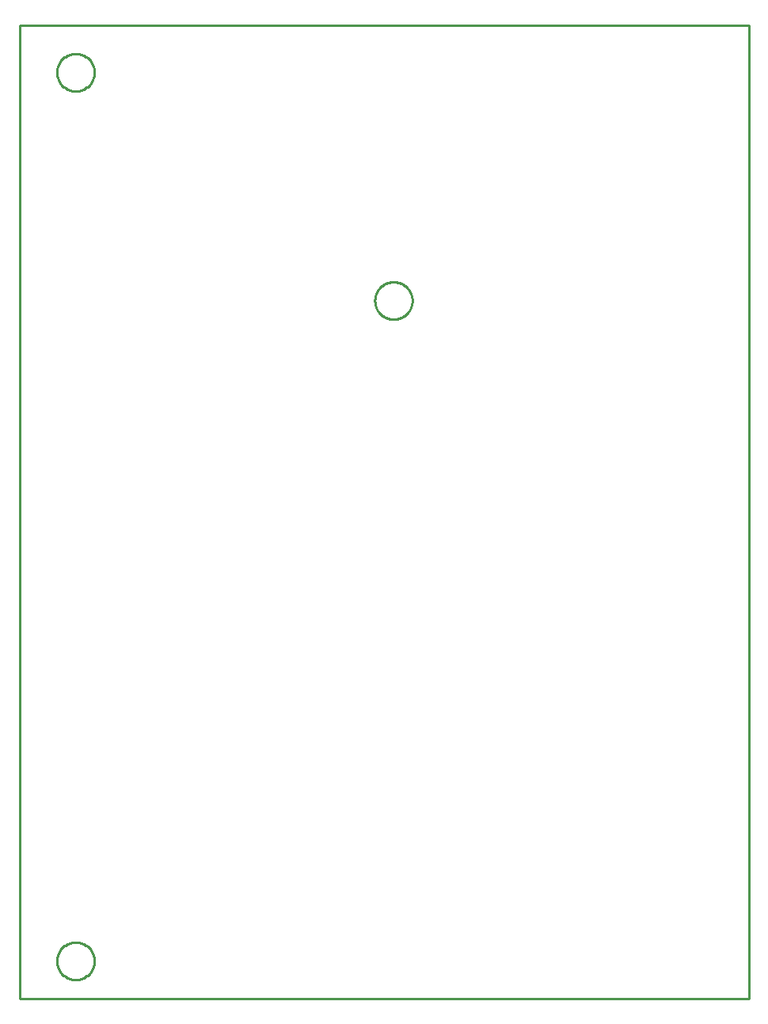
<source format=gbr>
G04 EAGLE Gerber RS-274X export*
G75*
%MOMM*%
%FSLAX34Y34*%
%LPD*%
%IN*%
%IPPOS*%
%AMOC8*
5,1,8,0,0,1.08239X$1,22.5*%
G01*
%ADD10C,0.254000*%


D10*
X0Y0D02*
X780000Y0D01*
X780000Y1040000D01*
X0Y1040000D01*
X0Y0D01*
X420000Y745396D02*
X419927Y744189D01*
X419781Y742989D01*
X419563Y741800D01*
X419274Y740627D01*
X418915Y739473D01*
X418486Y738343D01*
X417990Y737241D01*
X417428Y736170D01*
X416803Y735136D01*
X416116Y734141D01*
X415371Y733190D01*
X414569Y732285D01*
X413715Y731431D01*
X412810Y730629D01*
X411859Y729884D01*
X410864Y729197D01*
X409830Y728572D01*
X408759Y728010D01*
X407657Y727514D01*
X406527Y727085D01*
X405373Y726726D01*
X404200Y726437D01*
X403011Y726219D01*
X401811Y726073D01*
X400604Y726000D01*
X399396Y726000D01*
X398189Y726073D01*
X396989Y726219D01*
X395800Y726437D01*
X394627Y726726D01*
X393473Y727085D01*
X392343Y727514D01*
X391241Y728010D01*
X390170Y728572D01*
X389136Y729197D01*
X388141Y729884D01*
X387190Y730629D01*
X386285Y731431D01*
X385431Y732285D01*
X384629Y733190D01*
X383884Y734141D01*
X383197Y735136D01*
X382572Y736170D01*
X382010Y737241D01*
X381514Y738343D01*
X381085Y739473D01*
X380726Y740627D01*
X380437Y741800D01*
X380219Y742989D01*
X380073Y744189D01*
X380000Y745396D01*
X380000Y746604D01*
X380073Y747811D01*
X380219Y749011D01*
X380437Y750200D01*
X380726Y751373D01*
X381085Y752527D01*
X381514Y753657D01*
X382010Y754759D01*
X382572Y755830D01*
X383197Y756864D01*
X383884Y757859D01*
X384629Y758810D01*
X385431Y759715D01*
X386285Y760569D01*
X387190Y761371D01*
X388141Y762116D01*
X389136Y762803D01*
X390170Y763428D01*
X391241Y763990D01*
X392343Y764486D01*
X393473Y764915D01*
X394627Y765274D01*
X395800Y765563D01*
X396989Y765781D01*
X398189Y765927D01*
X399396Y766000D01*
X400604Y766000D01*
X401811Y765927D01*
X403011Y765781D01*
X404200Y765563D01*
X405373Y765274D01*
X406527Y764915D01*
X407657Y764486D01*
X408759Y763990D01*
X409830Y763428D01*
X410864Y762803D01*
X411859Y762116D01*
X412810Y761371D01*
X413715Y760569D01*
X414569Y759715D01*
X415371Y758810D01*
X416116Y757859D01*
X416803Y756864D01*
X417428Y755830D01*
X417990Y754759D01*
X418486Y753657D01*
X418915Y752527D01*
X419274Y751373D01*
X419563Y750200D01*
X419781Y749011D01*
X419927Y747811D01*
X420000Y746604D01*
X420000Y745396D01*
X80000Y989396D02*
X79927Y988189D01*
X79781Y986989D01*
X79563Y985800D01*
X79274Y984627D01*
X78915Y983473D01*
X78486Y982343D01*
X77990Y981241D01*
X77428Y980170D01*
X76803Y979136D01*
X76116Y978141D01*
X75371Y977190D01*
X74569Y976285D01*
X73715Y975431D01*
X72810Y974629D01*
X71859Y973884D01*
X70864Y973197D01*
X69830Y972572D01*
X68759Y972010D01*
X67657Y971514D01*
X66527Y971085D01*
X65373Y970726D01*
X64200Y970437D01*
X63011Y970219D01*
X61811Y970073D01*
X60604Y970000D01*
X59396Y970000D01*
X58189Y970073D01*
X56989Y970219D01*
X55800Y970437D01*
X54627Y970726D01*
X53473Y971085D01*
X52343Y971514D01*
X51241Y972010D01*
X50170Y972572D01*
X49136Y973197D01*
X48141Y973884D01*
X47190Y974629D01*
X46285Y975431D01*
X45431Y976285D01*
X44629Y977190D01*
X43884Y978141D01*
X43197Y979136D01*
X42572Y980170D01*
X42010Y981241D01*
X41514Y982343D01*
X41085Y983473D01*
X40726Y984627D01*
X40437Y985800D01*
X40219Y986989D01*
X40073Y988189D01*
X40000Y989396D01*
X40000Y990604D01*
X40073Y991811D01*
X40219Y993011D01*
X40437Y994200D01*
X40726Y995373D01*
X41085Y996527D01*
X41514Y997657D01*
X42010Y998759D01*
X42572Y999830D01*
X43197Y1000864D01*
X43884Y1001859D01*
X44629Y1002810D01*
X45431Y1003715D01*
X46285Y1004569D01*
X47190Y1005371D01*
X48141Y1006116D01*
X49136Y1006803D01*
X50170Y1007428D01*
X51241Y1007990D01*
X52343Y1008486D01*
X53473Y1008915D01*
X54627Y1009274D01*
X55800Y1009563D01*
X56989Y1009781D01*
X58189Y1009927D01*
X59396Y1010000D01*
X60604Y1010000D01*
X61811Y1009927D01*
X63011Y1009781D01*
X64200Y1009563D01*
X65373Y1009274D01*
X66527Y1008915D01*
X67657Y1008486D01*
X68759Y1007990D01*
X69830Y1007428D01*
X70864Y1006803D01*
X71859Y1006116D01*
X72810Y1005371D01*
X73715Y1004569D01*
X74569Y1003715D01*
X75371Y1002810D01*
X76116Y1001859D01*
X76803Y1000864D01*
X77428Y999830D01*
X77990Y998759D01*
X78486Y997657D01*
X78915Y996527D01*
X79274Y995373D01*
X79563Y994200D01*
X79781Y993011D01*
X79927Y991811D01*
X80000Y990604D01*
X80000Y989396D01*
X80000Y39396D02*
X79927Y38189D01*
X79781Y36989D01*
X79563Y35800D01*
X79274Y34627D01*
X78915Y33473D01*
X78486Y32343D01*
X77990Y31241D01*
X77428Y30170D01*
X76803Y29136D01*
X76116Y28141D01*
X75371Y27190D01*
X74569Y26285D01*
X73715Y25431D01*
X72810Y24629D01*
X71859Y23884D01*
X70864Y23197D01*
X69830Y22572D01*
X68759Y22010D01*
X67657Y21514D01*
X66527Y21085D01*
X65373Y20726D01*
X64200Y20437D01*
X63011Y20219D01*
X61811Y20073D01*
X60604Y20000D01*
X59396Y20000D01*
X58189Y20073D01*
X56989Y20219D01*
X55800Y20437D01*
X54627Y20726D01*
X53473Y21085D01*
X52343Y21514D01*
X51241Y22010D01*
X50170Y22572D01*
X49136Y23197D01*
X48141Y23884D01*
X47190Y24629D01*
X46285Y25431D01*
X45431Y26285D01*
X44629Y27190D01*
X43884Y28141D01*
X43197Y29136D01*
X42572Y30170D01*
X42010Y31241D01*
X41514Y32343D01*
X41085Y33473D01*
X40726Y34627D01*
X40437Y35800D01*
X40219Y36989D01*
X40073Y38189D01*
X40000Y39396D01*
X40000Y40604D01*
X40073Y41811D01*
X40219Y43011D01*
X40437Y44200D01*
X40726Y45373D01*
X41085Y46527D01*
X41514Y47657D01*
X42010Y48759D01*
X42572Y49830D01*
X43197Y50864D01*
X43884Y51859D01*
X44629Y52810D01*
X45431Y53715D01*
X46285Y54569D01*
X47190Y55371D01*
X48141Y56116D01*
X49136Y56803D01*
X50170Y57428D01*
X51241Y57990D01*
X52343Y58486D01*
X53473Y58915D01*
X54627Y59274D01*
X55800Y59563D01*
X56989Y59781D01*
X58189Y59927D01*
X59396Y60000D01*
X60604Y60000D01*
X61811Y59927D01*
X63011Y59781D01*
X64200Y59563D01*
X65373Y59274D01*
X66527Y58915D01*
X67657Y58486D01*
X68759Y57990D01*
X69830Y57428D01*
X70864Y56803D01*
X71859Y56116D01*
X72810Y55371D01*
X73715Y54569D01*
X74569Y53715D01*
X75371Y52810D01*
X76116Y51859D01*
X76803Y50864D01*
X77428Y49830D01*
X77990Y48759D01*
X78486Y47657D01*
X78915Y46527D01*
X79274Y45373D01*
X79563Y44200D01*
X79781Y43011D01*
X79927Y41811D01*
X80000Y40604D01*
X80000Y39396D01*
M02*

</source>
